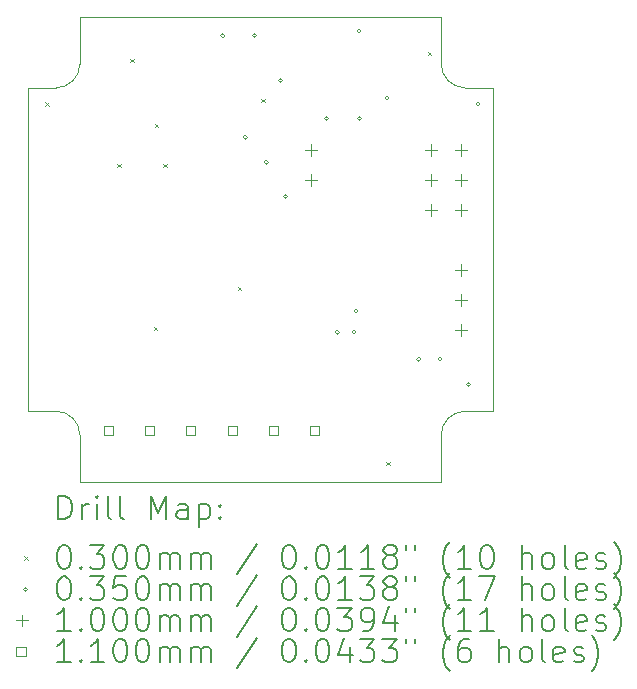
<source format=gbr>
%TF.GenerationSoftware,KiCad,Pcbnew,8.0.8*%
%TF.CreationDate,2025-03-05T20:49:48-06:00*%
%TF.ProjectId,Incipit11,496e6369-7069-4743-9131-2e6b69636164,A*%
%TF.SameCoordinates,Original*%
%TF.FileFunction,Drillmap*%
%TF.FilePolarity,Positive*%
%FSLAX45Y45*%
G04 Gerber Fmt 4.5, Leading zero omitted, Abs format (unit mm)*
G04 Created by KiCad (PCBNEW 8.0.8) date 2025-03-05 20:49:48*
%MOMM*%
%LPD*%
G01*
G04 APERTURE LIST*
%ADD10C,0.050000*%
%ADD11C,0.200000*%
%ADD12C,0.100000*%
%ADD13C,0.110000*%
G04 APERTURE END LIST*
D10*
X10500000Y-10540000D02*
G75*
G02*
X10700000Y-10340000I200000J0D01*
G01*
X10700000Y-7600000D02*
G75*
G02*
X10500000Y-7400000I0J200000D01*
G01*
X10500000Y-7400000D02*
X10500000Y-7000000D01*
X10700000Y-10340000D02*
X10940000Y-10340000D01*
X10940000Y-7600000D02*
X10940000Y-10340000D01*
X7240000Y-10340000D02*
X7000000Y-10340000D01*
X7440000Y-7000000D02*
X10500000Y-7000000D01*
X10500000Y-10940000D02*
X7440000Y-10940000D01*
X7440000Y-7400000D02*
X7440000Y-7000000D01*
X7240000Y-7600000D02*
X7000000Y-7600000D01*
X7440000Y-10540000D02*
X7440000Y-10940000D01*
X10500000Y-10540000D02*
X10500000Y-10940000D01*
X7000000Y-10340000D02*
X7000000Y-7600000D01*
X7240000Y-10340000D02*
G75*
G02*
X7440000Y-10540000I0J-200000D01*
G01*
X10700000Y-7600000D02*
X10940000Y-7600000D01*
X7440000Y-7400000D02*
G75*
G02*
X7240000Y-7600000I-200000J0D01*
G01*
D11*
D12*
X7145000Y-7725000D02*
X7175000Y-7755000D01*
X7175000Y-7725000D02*
X7145000Y-7755000D01*
X7755000Y-8245000D02*
X7785000Y-8275000D01*
X7785000Y-8245000D02*
X7755000Y-8275000D01*
X7865000Y-7355000D02*
X7895000Y-7385000D01*
X7895000Y-7355000D02*
X7865000Y-7385000D01*
X8065000Y-9625000D02*
X8095000Y-9655000D01*
X8095000Y-9625000D02*
X8065000Y-9655000D01*
X8075000Y-7905000D02*
X8105000Y-7935000D01*
X8105000Y-7905000D02*
X8075000Y-7935000D01*
X8145000Y-8245000D02*
X8175000Y-8275000D01*
X8175000Y-8245000D02*
X8145000Y-8275000D01*
X8775000Y-9285000D02*
X8805000Y-9315000D01*
X8805000Y-9285000D02*
X8775000Y-9315000D01*
X8975000Y-7695000D02*
X9005000Y-7725000D01*
X9005000Y-7695000D02*
X8975000Y-7725000D01*
X10035000Y-10765000D02*
X10065000Y-10795000D01*
X10065000Y-10765000D02*
X10035000Y-10795000D01*
X10385000Y-7295000D02*
X10415000Y-7325000D01*
X10415000Y-7295000D02*
X10385000Y-7325000D01*
X8667500Y-7160000D02*
G75*
G02*
X8632500Y-7160000I-17500J0D01*
G01*
X8632500Y-7160000D02*
G75*
G02*
X8667500Y-7160000I17500J0D01*
G01*
X8857500Y-8020000D02*
G75*
G02*
X8822500Y-8020000I-17500J0D01*
G01*
X8822500Y-8020000D02*
G75*
G02*
X8857500Y-8020000I17500J0D01*
G01*
X8937500Y-7160000D02*
G75*
G02*
X8902500Y-7160000I-17500J0D01*
G01*
X8902500Y-7160000D02*
G75*
G02*
X8937500Y-7160000I17500J0D01*
G01*
X9037500Y-8230000D02*
G75*
G02*
X9002500Y-8230000I-17500J0D01*
G01*
X9002500Y-8230000D02*
G75*
G02*
X9037500Y-8230000I17500J0D01*
G01*
X9157500Y-7540000D02*
G75*
G02*
X9122500Y-7540000I-17500J0D01*
G01*
X9122500Y-7540000D02*
G75*
G02*
X9157500Y-7540000I17500J0D01*
G01*
X9197500Y-8520000D02*
G75*
G02*
X9162500Y-8520000I-17500J0D01*
G01*
X9162500Y-8520000D02*
G75*
G02*
X9197500Y-8520000I17500J0D01*
G01*
X9547500Y-7860000D02*
G75*
G02*
X9512500Y-7860000I-17500J0D01*
G01*
X9512500Y-7860000D02*
G75*
G02*
X9547500Y-7860000I17500J0D01*
G01*
X9637500Y-9670000D02*
G75*
G02*
X9602500Y-9670000I-17500J0D01*
G01*
X9602500Y-9670000D02*
G75*
G02*
X9637500Y-9670000I17500J0D01*
G01*
X9777500Y-9670000D02*
G75*
G02*
X9742500Y-9670000I-17500J0D01*
G01*
X9742500Y-9670000D02*
G75*
G02*
X9777500Y-9670000I17500J0D01*
G01*
X9797500Y-9490000D02*
G75*
G02*
X9762500Y-9490000I-17500J0D01*
G01*
X9762500Y-9490000D02*
G75*
G02*
X9797500Y-9490000I17500J0D01*
G01*
X9817500Y-7120000D02*
G75*
G02*
X9782500Y-7120000I-17500J0D01*
G01*
X9782500Y-7120000D02*
G75*
G02*
X9817500Y-7120000I17500J0D01*
G01*
X9827500Y-7860000D02*
G75*
G02*
X9792500Y-7860000I-17500J0D01*
G01*
X9792500Y-7860000D02*
G75*
G02*
X9827500Y-7860000I17500J0D01*
G01*
X10057500Y-7690000D02*
G75*
G02*
X10022500Y-7690000I-17500J0D01*
G01*
X10022500Y-7690000D02*
G75*
G02*
X10057500Y-7690000I17500J0D01*
G01*
X10327500Y-9900000D02*
G75*
G02*
X10292500Y-9900000I-17500J0D01*
G01*
X10292500Y-9900000D02*
G75*
G02*
X10327500Y-9900000I17500J0D01*
G01*
X10507500Y-9900000D02*
G75*
G02*
X10472500Y-9900000I-17500J0D01*
G01*
X10472500Y-9900000D02*
G75*
G02*
X10507500Y-9900000I17500J0D01*
G01*
X10747500Y-10110000D02*
G75*
G02*
X10712500Y-10110000I-17500J0D01*
G01*
X10712500Y-10110000D02*
G75*
G02*
X10747500Y-10110000I17500J0D01*
G01*
X10827500Y-7740000D02*
G75*
G02*
X10792500Y-7740000I-17500J0D01*
G01*
X10792500Y-7740000D02*
G75*
G02*
X10827500Y-7740000I17500J0D01*
G01*
X9398000Y-8078000D02*
X9398000Y-8178000D01*
X9348000Y-8128000D02*
X9448000Y-8128000D01*
X9398000Y-8332000D02*
X9398000Y-8432000D01*
X9348000Y-8382000D02*
X9448000Y-8382000D01*
X10414000Y-8078000D02*
X10414000Y-8178000D01*
X10364000Y-8128000D02*
X10464000Y-8128000D01*
X10414000Y-8332000D02*
X10414000Y-8432000D01*
X10364000Y-8382000D02*
X10464000Y-8382000D01*
X10414000Y-8586000D02*
X10414000Y-8686000D01*
X10364000Y-8636000D02*
X10464000Y-8636000D01*
X10668000Y-8078000D02*
X10668000Y-8178000D01*
X10618000Y-8128000D02*
X10718000Y-8128000D01*
X10668000Y-8332000D02*
X10668000Y-8432000D01*
X10618000Y-8382000D02*
X10718000Y-8382000D01*
X10668000Y-8586000D02*
X10668000Y-8686000D01*
X10618000Y-8636000D02*
X10718000Y-8636000D01*
X10668000Y-9094000D02*
X10668000Y-9194000D01*
X10618000Y-9144000D02*
X10718000Y-9144000D01*
X10668000Y-9348000D02*
X10668000Y-9448000D01*
X10618000Y-9398000D02*
X10718000Y-9398000D01*
X10668000Y-9602000D02*
X10668000Y-9702000D01*
X10618000Y-9652000D02*
X10718000Y-9652000D01*
D13*
X7718891Y-10538891D02*
X7718891Y-10461109D01*
X7641109Y-10461109D01*
X7641109Y-10538891D01*
X7718891Y-10538891D01*
X8068891Y-10538891D02*
X8068891Y-10461109D01*
X7991109Y-10461109D01*
X7991109Y-10538891D01*
X8068891Y-10538891D01*
X8418891Y-10538891D02*
X8418891Y-10461109D01*
X8341109Y-10461109D01*
X8341109Y-10538891D01*
X8418891Y-10538891D01*
X8768891Y-10538891D02*
X8768891Y-10461109D01*
X8691109Y-10461109D01*
X8691109Y-10538891D01*
X8768891Y-10538891D01*
X9118891Y-10538891D02*
X9118891Y-10461109D01*
X9041109Y-10461109D01*
X9041109Y-10538891D01*
X9118891Y-10538891D01*
X9468891Y-10538891D02*
X9468891Y-10461109D01*
X9391109Y-10461109D01*
X9391109Y-10538891D01*
X9468891Y-10538891D01*
D11*
X7258277Y-11253984D02*
X7258277Y-11053984D01*
X7258277Y-11053984D02*
X7305896Y-11053984D01*
X7305896Y-11053984D02*
X7334467Y-11063508D01*
X7334467Y-11063508D02*
X7353515Y-11082555D01*
X7353515Y-11082555D02*
X7363039Y-11101603D01*
X7363039Y-11101603D02*
X7372562Y-11139698D01*
X7372562Y-11139698D02*
X7372562Y-11168270D01*
X7372562Y-11168270D02*
X7363039Y-11206365D01*
X7363039Y-11206365D02*
X7353515Y-11225412D01*
X7353515Y-11225412D02*
X7334467Y-11244460D01*
X7334467Y-11244460D02*
X7305896Y-11253984D01*
X7305896Y-11253984D02*
X7258277Y-11253984D01*
X7458277Y-11253984D02*
X7458277Y-11120650D01*
X7458277Y-11158746D02*
X7467801Y-11139698D01*
X7467801Y-11139698D02*
X7477324Y-11130174D01*
X7477324Y-11130174D02*
X7496372Y-11120650D01*
X7496372Y-11120650D02*
X7515420Y-11120650D01*
X7582086Y-11253984D02*
X7582086Y-11120650D01*
X7582086Y-11053984D02*
X7572562Y-11063508D01*
X7572562Y-11063508D02*
X7582086Y-11073031D01*
X7582086Y-11073031D02*
X7591610Y-11063508D01*
X7591610Y-11063508D02*
X7582086Y-11053984D01*
X7582086Y-11053984D02*
X7582086Y-11073031D01*
X7705896Y-11253984D02*
X7686848Y-11244460D01*
X7686848Y-11244460D02*
X7677324Y-11225412D01*
X7677324Y-11225412D02*
X7677324Y-11053984D01*
X7810658Y-11253984D02*
X7791610Y-11244460D01*
X7791610Y-11244460D02*
X7782086Y-11225412D01*
X7782086Y-11225412D02*
X7782086Y-11053984D01*
X8039229Y-11253984D02*
X8039229Y-11053984D01*
X8039229Y-11053984D02*
X8105896Y-11196841D01*
X8105896Y-11196841D02*
X8172562Y-11053984D01*
X8172562Y-11053984D02*
X8172562Y-11253984D01*
X8353515Y-11253984D02*
X8353515Y-11149222D01*
X8353515Y-11149222D02*
X8343991Y-11130174D01*
X8343991Y-11130174D02*
X8324943Y-11120650D01*
X8324943Y-11120650D02*
X8286848Y-11120650D01*
X8286848Y-11120650D02*
X8267801Y-11130174D01*
X8353515Y-11244460D02*
X8334467Y-11253984D01*
X8334467Y-11253984D02*
X8286848Y-11253984D01*
X8286848Y-11253984D02*
X8267801Y-11244460D01*
X8267801Y-11244460D02*
X8258277Y-11225412D01*
X8258277Y-11225412D02*
X8258277Y-11206365D01*
X8258277Y-11206365D02*
X8267801Y-11187317D01*
X8267801Y-11187317D02*
X8286848Y-11177793D01*
X8286848Y-11177793D02*
X8334467Y-11177793D01*
X8334467Y-11177793D02*
X8353515Y-11168270D01*
X8448753Y-11120650D02*
X8448753Y-11320650D01*
X8448753Y-11130174D02*
X8467801Y-11120650D01*
X8467801Y-11120650D02*
X8505896Y-11120650D01*
X8505896Y-11120650D02*
X8524944Y-11130174D01*
X8524944Y-11130174D02*
X8534467Y-11139698D01*
X8534467Y-11139698D02*
X8543991Y-11158746D01*
X8543991Y-11158746D02*
X8543991Y-11215888D01*
X8543991Y-11215888D02*
X8534467Y-11234936D01*
X8534467Y-11234936D02*
X8524944Y-11244460D01*
X8524944Y-11244460D02*
X8505896Y-11253984D01*
X8505896Y-11253984D02*
X8467801Y-11253984D01*
X8467801Y-11253984D02*
X8448753Y-11244460D01*
X8629705Y-11234936D02*
X8639229Y-11244460D01*
X8639229Y-11244460D02*
X8629705Y-11253984D01*
X8629705Y-11253984D02*
X8620182Y-11244460D01*
X8620182Y-11244460D02*
X8629705Y-11234936D01*
X8629705Y-11234936D02*
X8629705Y-11253984D01*
X8629705Y-11130174D02*
X8639229Y-11139698D01*
X8639229Y-11139698D02*
X8629705Y-11149222D01*
X8629705Y-11149222D02*
X8620182Y-11139698D01*
X8620182Y-11139698D02*
X8629705Y-11130174D01*
X8629705Y-11130174D02*
X8629705Y-11149222D01*
D12*
X6967500Y-11567500D02*
X6997500Y-11597500D01*
X6997500Y-11567500D02*
X6967500Y-11597500D01*
D11*
X7296372Y-11473984D02*
X7315420Y-11473984D01*
X7315420Y-11473984D02*
X7334467Y-11483508D01*
X7334467Y-11483508D02*
X7343991Y-11493031D01*
X7343991Y-11493031D02*
X7353515Y-11512079D01*
X7353515Y-11512079D02*
X7363039Y-11550174D01*
X7363039Y-11550174D02*
X7363039Y-11597793D01*
X7363039Y-11597793D02*
X7353515Y-11635888D01*
X7353515Y-11635888D02*
X7343991Y-11654936D01*
X7343991Y-11654936D02*
X7334467Y-11664460D01*
X7334467Y-11664460D02*
X7315420Y-11673984D01*
X7315420Y-11673984D02*
X7296372Y-11673984D01*
X7296372Y-11673984D02*
X7277324Y-11664460D01*
X7277324Y-11664460D02*
X7267801Y-11654936D01*
X7267801Y-11654936D02*
X7258277Y-11635888D01*
X7258277Y-11635888D02*
X7248753Y-11597793D01*
X7248753Y-11597793D02*
X7248753Y-11550174D01*
X7248753Y-11550174D02*
X7258277Y-11512079D01*
X7258277Y-11512079D02*
X7267801Y-11493031D01*
X7267801Y-11493031D02*
X7277324Y-11483508D01*
X7277324Y-11483508D02*
X7296372Y-11473984D01*
X7448753Y-11654936D02*
X7458277Y-11664460D01*
X7458277Y-11664460D02*
X7448753Y-11673984D01*
X7448753Y-11673984D02*
X7439229Y-11664460D01*
X7439229Y-11664460D02*
X7448753Y-11654936D01*
X7448753Y-11654936D02*
X7448753Y-11673984D01*
X7524943Y-11473984D02*
X7648753Y-11473984D01*
X7648753Y-11473984D02*
X7582086Y-11550174D01*
X7582086Y-11550174D02*
X7610658Y-11550174D01*
X7610658Y-11550174D02*
X7629705Y-11559698D01*
X7629705Y-11559698D02*
X7639229Y-11569222D01*
X7639229Y-11569222D02*
X7648753Y-11588269D01*
X7648753Y-11588269D02*
X7648753Y-11635888D01*
X7648753Y-11635888D02*
X7639229Y-11654936D01*
X7639229Y-11654936D02*
X7629705Y-11664460D01*
X7629705Y-11664460D02*
X7610658Y-11673984D01*
X7610658Y-11673984D02*
X7553515Y-11673984D01*
X7553515Y-11673984D02*
X7534467Y-11664460D01*
X7534467Y-11664460D02*
X7524943Y-11654936D01*
X7772562Y-11473984D02*
X7791610Y-11473984D01*
X7791610Y-11473984D02*
X7810658Y-11483508D01*
X7810658Y-11483508D02*
X7820182Y-11493031D01*
X7820182Y-11493031D02*
X7829705Y-11512079D01*
X7829705Y-11512079D02*
X7839229Y-11550174D01*
X7839229Y-11550174D02*
X7839229Y-11597793D01*
X7839229Y-11597793D02*
X7829705Y-11635888D01*
X7829705Y-11635888D02*
X7820182Y-11654936D01*
X7820182Y-11654936D02*
X7810658Y-11664460D01*
X7810658Y-11664460D02*
X7791610Y-11673984D01*
X7791610Y-11673984D02*
X7772562Y-11673984D01*
X7772562Y-11673984D02*
X7753515Y-11664460D01*
X7753515Y-11664460D02*
X7743991Y-11654936D01*
X7743991Y-11654936D02*
X7734467Y-11635888D01*
X7734467Y-11635888D02*
X7724943Y-11597793D01*
X7724943Y-11597793D02*
X7724943Y-11550174D01*
X7724943Y-11550174D02*
X7734467Y-11512079D01*
X7734467Y-11512079D02*
X7743991Y-11493031D01*
X7743991Y-11493031D02*
X7753515Y-11483508D01*
X7753515Y-11483508D02*
X7772562Y-11473984D01*
X7963039Y-11473984D02*
X7982086Y-11473984D01*
X7982086Y-11473984D02*
X8001134Y-11483508D01*
X8001134Y-11483508D02*
X8010658Y-11493031D01*
X8010658Y-11493031D02*
X8020182Y-11512079D01*
X8020182Y-11512079D02*
X8029705Y-11550174D01*
X8029705Y-11550174D02*
X8029705Y-11597793D01*
X8029705Y-11597793D02*
X8020182Y-11635888D01*
X8020182Y-11635888D02*
X8010658Y-11654936D01*
X8010658Y-11654936D02*
X8001134Y-11664460D01*
X8001134Y-11664460D02*
X7982086Y-11673984D01*
X7982086Y-11673984D02*
X7963039Y-11673984D01*
X7963039Y-11673984D02*
X7943991Y-11664460D01*
X7943991Y-11664460D02*
X7934467Y-11654936D01*
X7934467Y-11654936D02*
X7924943Y-11635888D01*
X7924943Y-11635888D02*
X7915420Y-11597793D01*
X7915420Y-11597793D02*
X7915420Y-11550174D01*
X7915420Y-11550174D02*
X7924943Y-11512079D01*
X7924943Y-11512079D02*
X7934467Y-11493031D01*
X7934467Y-11493031D02*
X7943991Y-11483508D01*
X7943991Y-11483508D02*
X7963039Y-11473984D01*
X8115420Y-11673984D02*
X8115420Y-11540650D01*
X8115420Y-11559698D02*
X8124943Y-11550174D01*
X8124943Y-11550174D02*
X8143991Y-11540650D01*
X8143991Y-11540650D02*
X8172563Y-11540650D01*
X8172563Y-11540650D02*
X8191610Y-11550174D01*
X8191610Y-11550174D02*
X8201134Y-11569222D01*
X8201134Y-11569222D02*
X8201134Y-11673984D01*
X8201134Y-11569222D02*
X8210658Y-11550174D01*
X8210658Y-11550174D02*
X8229705Y-11540650D01*
X8229705Y-11540650D02*
X8258277Y-11540650D01*
X8258277Y-11540650D02*
X8277324Y-11550174D01*
X8277324Y-11550174D02*
X8286848Y-11569222D01*
X8286848Y-11569222D02*
X8286848Y-11673984D01*
X8382086Y-11673984D02*
X8382086Y-11540650D01*
X8382086Y-11559698D02*
X8391610Y-11550174D01*
X8391610Y-11550174D02*
X8410658Y-11540650D01*
X8410658Y-11540650D02*
X8439229Y-11540650D01*
X8439229Y-11540650D02*
X8458277Y-11550174D01*
X8458277Y-11550174D02*
X8467801Y-11569222D01*
X8467801Y-11569222D02*
X8467801Y-11673984D01*
X8467801Y-11569222D02*
X8477325Y-11550174D01*
X8477325Y-11550174D02*
X8496372Y-11540650D01*
X8496372Y-11540650D02*
X8524944Y-11540650D01*
X8524944Y-11540650D02*
X8543991Y-11550174D01*
X8543991Y-11550174D02*
X8553515Y-11569222D01*
X8553515Y-11569222D02*
X8553515Y-11673984D01*
X8943991Y-11464460D02*
X8772563Y-11721603D01*
X9201134Y-11473984D02*
X9220182Y-11473984D01*
X9220182Y-11473984D02*
X9239229Y-11483508D01*
X9239229Y-11483508D02*
X9248753Y-11493031D01*
X9248753Y-11493031D02*
X9258277Y-11512079D01*
X9258277Y-11512079D02*
X9267801Y-11550174D01*
X9267801Y-11550174D02*
X9267801Y-11597793D01*
X9267801Y-11597793D02*
X9258277Y-11635888D01*
X9258277Y-11635888D02*
X9248753Y-11654936D01*
X9248753Y-11654936D02*
X9239229Y-11664460D01*
X9239229Y-11664460D02*
X9220182Y-11673984D01*
X9220182Y-11673984D02*
X9201134Y-11673984D01*
X9201134Y-11673984D02*
X9182087Y-11664460D01*
X9182087Y-11664460D02*
X9172563Y-11654936D01*
X9172563Y-11654936D02*
X9163039Y-11635888D01*
X9163039Y-11635888D02*
X9153515Y-11597793D01*
X9153515Y-11597793D02*
X9153515Y-11550174D01*
X9153515Y-11550174D02*
X9163039Y-11512079D01*
X9163039Y-11512079D02*
X9172563Y-11493031D01*
X9172563Y-11493031D02*
X9182087Y-11483508D01*
X9182087Y-11483508D02*
X9201134Y-11473984D01*
X9353515Y-11654936D02*
X9363039Y-11664460D01*
X9363039Y-11664460D02*
X9353515Y-11673984D01*
X9353515Y-11673984D02*
X9343991Y-11664460D01*
X9343991Y-11664460D02*
X9353515Y-11654936D01*
X9353515Y-11654936D02*
X9353515Y-11673984D01*
X9486848Y-11473984D02*
X9505896Y-11473984D01*
X9505896Y-11473984D02*
X9524944Y-11483508D01*
X9524944Y-11483508D02*
X9534468Y-11493031D01*
X9534468Y-11493031D02*
X9543991Y-11512079D01*
X9543991Y-11512079D02*
X9553515Y-11550174D01*
X9553515Y-11550174D02*
X9553515Y-11597793D01*
X9553515Y-11597793D02*
X9543991Y-11635888D01*
X9543991Y-11635888D02*
X9534468Y-11654936D01*
X9534468Y-11654936D02*
X9524944Y-11664460D01*
X9524944Y-11664460D02*
X9505896Y-11673984D01*
X9505896Y-11673984D02*
X9486848Y-11673984D01*
X9486848Y-11673984D02*
X9467801Y-11664460D01*
X9467801Y-11664460D02*
X9458277Y-11654936D01*
X9458277Y-11654936D02*
X9448753Y-11635888D01*
X9448753Y-11635888D02*
X9439229Y-11597793D01*
X9439229Y-11597793D02*
X9439229Y-11550174D01*
X9439229Y-11550174D02*
X9448753Y-11512079D01*
X9448753Y-11512079D02*
X9458277Y-11493031D01*
X9458277Y-11493031D02*
X9467801Y-11483508D01*
X9467801Y-11483508D02*
X9486848Y-11473984D01*
X9743991Y-11673984D02*
X9629706Y-11673984D01*
X9686848Y-11673984D02*
X9686848Y-11473984D01*
X9686848Y-11473984D02*
X9667801Y-11502555D01*
X9667801Y-11502555D02*
X9648753Y-11521603D01*
X9648753Y-11521603D02*
X9629706Y-11531127D01*
X9934468Y-11673984D02*
X9820182Y-11673984D01*
X9877325Y-11673984D02*
X9877325Y-11473984D01*
X9877325Y-11473984D02*
X9858277Y-11502555D01*
X9858277Y-11502555D02*
X9839229Y-11521603D01*
X9839229Y-11521603D02*
X9820182Y-11531127D01*
X10048753Y-11559698D02*
X10029706Y-11550174D01*
X10029706Y-11550174D02*
X10020182Y-11540650D01*
X10020182Y-11540650D02*
X10010658Y-11521603D01*
X10010658Y-11521603D02*
X10010658Y-11512079D01*
X10010658Y-11512079D02*
X10020182Y-11493031D01*
X10020182Y-11493031D02*
X10029706Y-11483508D01*
X10029706Y-11483508D02*
X10048753Y-11473984D01*
X10048753Y-11473984D02*
X10086849Y-11473984D01*
X10086849Y-11473984D02*
X10105896Y-11483508D01*
X10105896Y-11483508D02*
X10115420Y-11493031D01*
X10115420Y-11493031D02*
X10124944Y-11512079D01*
X10124944Y-11512079D02*
X10124944Y-11521603D01*
X10124944Y-11521603D02*
X10115420Y-11540650D01*
X10115420Y-11540650D02*
X10105896Y-11550174D01*
X10105896Y-11550174D02*
X10086849Y-11559698D01*
X10086849Y-11559698D02*
X10048753Y-11559698D01*
X10048753Y-11559698D02*
X10029706Y-11569222D01*
X10029706Y-11569222D02*
X10020182Y-11578746D01*
X10020182Y-11578746D02*
X10010658Y-11597793D01*
X10010658Y-11597793D02*
X10010658Y-11635888D01*
X10010658Y-11635888D02*
X10020182Y-11654936D01*
X10020182Y-11654936D02*
X10029706Y-11664460D01*
X10029706Y-11664460D02*
X10048753Y-11673984D01*
X10048753Y-11673984D02*
X10086849Y-11673984D01*
X10086849Y-11673984D02*
X10105896Y-11664460D01*
X10105896Y-11664460D02*
X10115420Y-11654936D01*
X10115420Y-11654936D02*
X10124944Y-11635888D01*
X10124944Y-11635888D02*
X10124944Y-11597793D01*
X10124944Y-11597793D02*
X10115420Y-11578746D01*
X10115420Y-11578746D02*
X10105896Y-11569222D01*
X10105896Y-11569222D02*
X10086849Y-11559698D01*
X10201134Y-11473984D02*
X10201134Y-11512079D01*
X10277325Y-11473984D02*
X10277325Y-11512079D01*
X10572563Y-11750174D02*
X10563039Y-11740650D01*
X10563039Y-11740650D02*
X10543991Y-11712079D01*
X10543991Y-11712079D02*
X10534468Y-11693031D01*
X10534468Y-11693031D02*
X10524944Y-11664460D01*
X10524944Y-11664460D02*
X10515420Y-11616841D01*
X10515420Y-11616841D02*
X10515420Y-11578746D01*
X10515420Y-11578746D02*
X10524944Y-11531127D01*
X10524944Y-11531127D02*
X10534468Y-11502555D01*
X10534468Y-11502555D02*
X10543991Y-11483508D01*
X10543991Y-11483508D02*
X10563039Y-11454936D01*
X10563039Y-11454936D02*
X10572563Y-11445412D01*
X10753515Y-11673984D02*
X10639230Y-11673984D01*
X10696372Y-11673984D02*
X10696372Y-11473984D01*
X10696372Y-11473984D02*
X10677325Y-11502555D01*
X10677325Y-11502555D02*
X10658277Y-11521603D01*
X10658277Y-11521603D02*
X10639230Y-11531127D01*
X10877325Y-11473984D02*
X10896372Y-11473984D01*
X10896372Y-11473984D02*
X10915420Y-11483508D01*
X10915420Y-11483508D02*
X10924944Y-11493031D01*
X10924944Y-11493031D02*
X10934468Y-11512079D01*
X10934468Y-11512079D02*
X10943991Y-11550174D01*
X10943991Y-11550174D02*
X10943991Y-11597793D01*
X10943991Y-11597793D02*
X10934468Y-11635888D01*
X10934468Y-11635888D02*
X10924944Y-11654936D01*
X10924944Y-11654936D02*
X10915420Y-11664460D01*
X10915420Y-11664460D02*
X10896372Y-11673984D01*
X10896372Y-11673984D02*
X10877325Y-11673984D01*
X10877325Y-11673984D02*
X10858277Y-11664460D01*
X10858277Y-11664460D02*
X10848753Y-11654936D01*
X10848753Y-11654936D02*
X10839230Y-11635888D01*
X10839230Y-11635888D02*
X10829706Y-11597793D01*
X10829706Y-11597793D02*
X10829706Y-11550174D01*
X10829706Y-11550174D02*
X10839230Y-11512079D01*
X10839230Y-11512079D02*
X10848753Y-11493031D01*
X10848753Y-11493031D02*
X10858277Y-11483508D01*
X10858277Y-11483508D02*
X10877325Y-11473984D01*
X11182087Y-11673984D02*
X11182087Y-11473984D01*
X11267801Y-11673984D02*
X11267801Y-11569222D01*
X11267801Y-11569222D02*
X11258277Y-11550174D01*
X11258277Y-11550174D02*
X11239230Y-11540650D01*
X11239230Y-11540650D02*
X11210658Y-11540650D01*
X11210658Y-11540650D02*
X11191610Y-11550174D01*
X11191610Y-11550174D02*
X11182087Y-11559698D01*
X11391610Y-11673984D02*
X11372563Y-11664460D01*
X11372563Y-11664460D02*
X11363039Y-11654936D01*
X11363039Y-11654936D02*
X11353515Y-11635888D01*
X11353515Y-11635888D02*
X11353515Y-11578746D01*
X11353515Y-11578746D02*
X11363039Y-11559698D01*
X11363039Y-11559698D02*
X11372563Y-11550174D01*
X11372563Y-11550174D02*
X11391610Y-11540650D01*
X11391610Y-11540650D02*
X11420182Y-11540650D01*
X11420182Y-11540650D02*
X11439230Y-11550174D01*
X11439230Y-11550174D02*
X11448753Y-11559698D01*
X11448753Y-11559698D02*
X11458277Y-11578746D01*
X11458277Y-11578746D02*
X11458277Y-11635888D01*
X11458277Y-11635888D02*
X11448753Y-11654936D01*
X11448753Y-11654936D02*
X11439230Y-11664460D01*
X11439230Y-11664460D02*
X11420182Y-11673984D01*
X11420182Y-11673984D02*
X11391610Y-11673984D01*
X11572563Y-11673984D02*
X11553515Y-11664460D01*
X11553515Y-11664460D02*
X11543991Y-11645412D01*
X11543991Y-11645412D02*
X11543991Y-11473984D01*
X11724944Y-11664460D02*
X11705896Y-11673984D01*
X11705896Y-11673984D02*
X11667801Y-11673984D01*
X11667801Y-11673984D02*
X11648753Y-11664460D01*
X11648753Y-11664460D02*
X11639230Y-11645412D01*
X11639230Y-11645412D02*
X11639230Y-11569222D01*
X11639230Y-11569222D02*
X11648753Y-11550174D01*
X11648753Y-11550174D02*
X11667801Y-11540650D01*
X11667801Y-11540650D02*
X11705896Y-11540650D01*
X11705896Y-11540650D02*
X11724944Y-11550174D01*
X11724944Y-11550174D02*
X11734468Y-11569222D01*
X11734468Y-11569222D02*
X11734468Y-11588269D01*
X11734468Y-11588269D02*
X11639230Y-11607317D01*
X11810658Y-11664460D02*
X11829706Y-11673984D01*
X11829706Y-11673984D02*
X11867801Y-11673984D01*
X11867801Y-11673984D02*
X11886849Y-11664460D01*
X11886849Y-11664460D02*
X11896372Y-11645412D01*
X11896372Y-11645412D02*
X11896372Y-11635888D01*
X11896372Y-11635888D02*
X11886849Y-11616841D01*
X11886849Y-11616841D02*
X11867801Y-11607317D01*
X11867801Y-11607317D02*
X11839230Y-11607317D01*
X11839230Y-11607317D02*
X11820182Y-11597793D01*
X11820182Y-11597793D02*
X11810658Y-11578746D01*
X11810658Y-11578746D02*
X11810658Y-11569222D01*
X11810658Y-11569222D02*
X11820182Y-11550174D01*
X11820182Y-11550174D02*
X11839230Y-11540650D01*
X11839230Y-11540650D02*
X11867801Y-11540650D01*
X11867801Y-11540650D02*
X11886849Y-11550174D01*
X11963039Y-11750174D02*
X11972563Y-11740650D01*
X11972563Y-11740650D02*
X11991611Y-11712079D01*
X11991611Y-11712079D02*
X12001134Y-11693031D01*
X12001134Y-11693031D02*
X12010658Y-11664460D01*
X12010658Y-11664460D02*
X12020182Y-11616841D01*
X12020182Y-11616841D02*
X12020182Y-11578746D01*
X12020182Y-11578746D02*
X12010658Y-11531127D01*
X12010658Y-11531127D02*
X12001134Y-11502555D01*
X12001134Y-11502555D02*
X11991611Y-11483508D01*
X11991611Y-11483508D02*
X11972563Y-11454936D01*
X11972563Y-11454936D02*
X11963039Y-11445412D01*
D12*
X6997500Y-11846500D02*
G75*
G02*
X6962500Y-11846500I-17500J0D01*
G01*
X6962500Y-11846500D02*
G75*
G02*
X6997500Y-11846500I17500J0D01*
G01*
D11*
X7296372Y-11737984D02*
X7315420Y-11737984D01*
X7315420Y-11737984D02*
X7334467Y-11747508D01*
X7334467Y-11747508D02*
X7343991Y-11757031D01*
X7343991Y-11757031D02*
X7353515Y-11776079D01*
X7353515Y-11776079D02*
X7363039Y-11814174D01*
X7363039Y-11814174D02*
X7363039Y-11861793D01*
X7363039Y-11861793D02*
X7353515Y-11899888D01*
X7353515Y-11899888D02*
X7343991Y-11918936D01*
X7343991Y-11918936D02*
X7334467Y-11928460D01*
X7334467Y-11928460D02*
X7315420Y-11937984D01*
X7315420Y-11937984D02*
X7296372Y-11937984D01*
X7296372Y-11937984D02*
X7277324Y-11928460D01*
X7277324Y-11928460D02*
X7267801Y-11918936D01*
X7267801Y-11918936D02*
X7258277Y-11899888D01*
X7258277Y-11899888D02*
X7248753Y-11861793D01*
X7248753Y-11861793D02*
X7248753Y-11814174D01*
X7248753Y-11814174D02*
X7258277Y-11776079D01*
X7258277Y-11776079D02*
X7267801Y-11757031D01*
X7267801Y-11757031D02*
X7277324Y-11747508D01*
X7277324Y-11747508D02*
X7296372Y-11737984D01*
X7448753Y-11918936D02*
X7458277Y-11928460D01*
X7458277Y-11928460D02*
X7448753Y-11937984D01*
X7448753Y-11937984D02*
X7439229Y-11928460D01*
X7439229Y-11928460D02*
X7448753Y-11918936D01*
X7448753Y-11918936D02*
X7448753Y-11937984D01*
X7524943Y-11737984D02*
X7648753Y-11737984D01*
X7648753Y-11737984D02*
X7582086Y-11814174D01*
X7582086Y-11814174D02*
X7610658Y-11814174D01*
X7610658Y-11814174D02*
X7629705Y-11823698D01*
X7629705Y-11823698D02*
X7639229Y-11833222D01*
X7639229Y-11833222D02*
X7648753Y-11852269D01*
X7648753Y-11852269D02*
X7648753Y-11899888D01*
X7648753Y-11899888D02*
X7639229Y-11918936D01*
X7639229Y-11918936D02*
X7629705Y-11928460D01*
X7629705Y-11928460D02*
X7610658Y-11937984D01*
X7610658Y-11937984D02*
X7553515Y-11937984D01*
X7553515Y-11937984D02*
X7534467Y-11928460D01*
X7534467Y-11928460D02*
X7524943Y-11918936D01*
X7829705Y-11737984D02*
X7734467Y-11737984D01*
X7734467Y-11737984D02*
X7724943Y-11833222D01*
X7724943Y-11833222D02*
X7734467Y-11823698D01*
X7734467Y-11823698D02*
X7753515Y-11814174D01*
X7753515Y-11814174D02*
X7801134Y-11814174D01*
X7801134Y-11814174D02*
X7820182Y-11823698D01*
X7820182Y-11823698D02*
X7829705Y-11833222D01*
X7829705Y-11833222D02*
X7839229Y-11852269D01*
X7839229Y-11852269D02*
X7839229Y-11899888D01*
X7839229Y-11899888D02*
X7829705Y-11918936D01*
X7829705Y-11918936D02*
X7820182Y-11928460D01*
X7820182Y-11928460D02*
X7801134Y-11937984D01*
X7801134Y-11937984D02*
X7753515Y-11937984D01*
X7753515Y-11937984D02*
X7734467Y-11928460D01*
X7734467Y-11928460D02*
X7724943Y-11918936D01*
X7963039Y-11737984D02*
X7982086Y-11737984D01*
X7982086Y-11737984D02*
X8001134Y-11747508D01*
X8001134Y-11747508D02*
X8010658Y-11757031D01*
X8010658Y-11757031D02*
X8020182Y-11776079D01*
X8020182Y-11776079D02*
X8029705Y-11814174D01*
X8029705Y-11814174D02*
X8029705Y-11861793D01*
X8029705Y-11861793D02*
X8020182Y-11899888D01*
X8020182Y-11899888D02*
X8010658Y-11918936D01*
X8010658Y-11918936D02*
X8001134Y-11928460D01*
X8001134Y-11928460D02*
X7982086Y-11937984D01*
X7982086Y-11937984D02*
X7963039Y-11937984D01*
X7963039Y-11937984D02*
X7943991Y-11928460D01*
X7943991Y-11928460D02*
X7934467Y-11918936D01*
X7934467Y-11918936D02*
X7924943Y-11899888D01*
X7924943Y-11899888D02*
X7915420Y-11861793D01*
X7915420Y-11861793D02*
X7915420Y-11814174D01*
X7915420Y-11814174D02*
X7924943Y-11776079D01*
X7924943Y-11776079D02*
X7934467Y-11757031D01*
X7934467Y-11757031D02*
X7943991Y-11747508D01*
X7943991Y-11747508D02*
X7963039Y-11737984D01*
X8115420Y-11937984D02*
X8115420Y-11804650D01*
X8115420Y-11823698D02*
X8124943Y-11814174D01*
X8124943Y-11814174D02*
X8143991Y-11804650D01*
X8143991Y-11804650D02*
X8172563Y-11804650D01*
X8172563Y-11804650D02*
X8191610Y-11814174D01*
X8191610Y-11814174D02*
X8201134Y-11833222D01*
X8201134Y-11833222D02*
X8201134Y-11937984D01*
X8201134Y-11833222D02*
X8210658Y-11814174D01*
X8210658Y-11814174D02*
X8229705Y-11804650D01*
X8229705Y-11804650D02*
X8258277Y-11804650D01*
X8258277Y-11804650D02*
X8277324Y-11814174D01*
X8277324Y-11814174D02*
X8286848Y-11833222D01*
X8286848Y-11833222D02*
X8286848Y-11937984D01*
X8382086Y-11937984D02*
X8382086Y-11804650D01*
X8382086Y-11823698D02*
X8391610Y-11814174D01*
X8391610Y-11814174D02*
X8410658Y-11804650D01*
X8410658Y-11804650D02*
X8439229Y-11804650D01*
X8439229Y-11804650D02*
X8458277Y-11814174D01*
X8458277Y-11814174D02*
X8467801Y-11833222D01*
X8467801Y-11833222D02*
X8467801Y-11937984D01*
X8467801Y-11833222D02*
X8477325Y-11814174D01*
X8477325Y-11814174D02*
X8496372Y-11804650D01*
X8496372Y-11804650D02*
X8524944Y-11804650D01*
X8524944Y-11804650D02*
X8543991Y-11814174D01*
X8543991Y-11814174D02*
X8553515Y-11833222D01*
X8553515Y-11833222D02*
X8553515Y-11937984D01*
X8943991Y-11728460D02*
X8772563Y-11985603D01*
X9201134Y-11737984D02*
X9220182Y-11737984D01*
X9220182Y-11737984D02*
X9239229Y-11747508D01*
X9239229Y-11747508D02*
X9248753Y-11757031D01*
X9248753Y-11757031D02*
X9258277Y-11776079D01*
X9258277Y-11776079D02*
X9267801Y-11814174D01*
X9267801Y-11814174D02*
X9267801Y-11861793D01*
X9267801Y-11861793D02*
X9258277Y-11899888D01*
X9258277Y-11899888D02*
X9248753Y-11918936D01*
X9248753Y-11918936D02*
X9239229Y-11928460D01*
X9239229Y-11928460D02*
X9220182Y-11937984D01*
X9220182Y-11937984D02*
X9201134Y-11937984D01*
X9201134Y-11937984D02*
X9182087Y-11928460D01*
X9182087Y-11928460D02*
X9172563Y-11918936D01*
X9172563Y-11918936D02*
X9163039Y-11899888D01*
X9163039Y-11899888D02*
X9153515Y-11861793D01*
X9153515Y-11861793D02*
X9153515Y-11814174D01*
X9153515Y-11814174D02*
X9163039Y-11776079D01*
X9163039Y-11776079D02*
X9172563Y-11757031D01*
X9172563Y-11757031D02*
X9182087Y-11747508D01*
X9182087Y-11747508D02*
X9201134Y-11737984D01*
X9353515Y-11918936D02*
X9363039Y-11928460D01*
X9363039Y-11928460D02*
X9353515Y-11937984D01*
X9353515Y-11937984D02*
X9343991Y-11928460D01*
X9343991Y-11928460D02*
X9353515Y-11918936D01*
X9353515Y-11918936D02*
X9353515Y-11937984D01*
X9486848Y-11737984D02*
X9505896Y-11737984D01*
X9505896Y-11737984D02*
X9524944Y-11747508D01*
X9524944Y-11747508D02*
X9534468Y-11757031D01*
X9534468Y-11757031D02*
X9543991Y-11776079D01*
X9543991Y-11776079D02*
X9553515Y-11814174D01*
X9553515Y-11814174D02*
X9553515Y-11861793D01*
X9553515Y-11861793D02*
X9543991Y-11899888D01*
X9543991Y-11899888D02*
X9534468Y-11918936D01*
X9534468Y-11918936D02*
X9524944Y-11928460D01*
X9524944Y-11928460D02*
X9505896Y-11937984D01*
X9505896Y-11937984D02*
X9486848Y-11937984D01*
X9486848Y-11937984D02*
X9467801Y-11928460D01*
X9467801Y-11928460D02*
X9458277Y-11918936D01*
X9458277Y-11918936D02*
X9448753Y-11899888D01*
X9448753Y-11899888D02*
X9439229Y-11861793D01*
X9439229Y-11861793D02*
X9439229Y-11814174D01*
X9439229Y-11814174D02*
X9448753Y-11776079D01*
X9448753Y-11776079D02*
X9458277Y-11757031D01*
X9458277Y-11757031D02*
X9467801Y-11747508D01*
X9467801Y-11747508D02*
X9486848Y-11737984D01*
X9743991Y-11937984D02*
X9629706Y-11937984D01*
X9686848Y-11937984D02*
X9686848Y-11737984D01*
X9686848Y-11737984D02*
X9667801Y-11766555D01*
X9667801Y-11766555D02*
X9648753Y-11785603D01*
X9648753Y-11785603D02*
X9629706Y-11795127D01*
X9810658Y-11737984D02*
X9934468Y-11737984D01*
X9934468Y-11737984D02*
X9867801Y-11814174D01*
X9867801Y-11814174D02*
X9896372Y-11814174D01*
X9896372Y-11814174D02*
X9915420Y-11823698D01*
X9915420Y-11823698D02*
X9924944Y-11833222D01*
X9924944Y-11833222D02*
X9934468Y-11852269D01*
X9934468Y-11852269D02*
X9934468Y-11899888D01*
X9934468Y-11899888D02*
X9924944Y-11918936D01*
X9924944Y-11918936D02*
X9915420Y-11928460D01*
X9915420Y-11928460D02*
X9896372Y-11937984D01*
X9896372Y-11937984D02*
X9839229Y-11937984D01*
X9839229Y-11937984D02*
X9820182Y-11928460D01*
X9820182Y-11928460D02*
X9810658Y-11918936D01*
X10048753Y-11823698D02*
X10029706Y-11814174D01*
X10029706Y-11814174D02*
X10020182Y-11804650D01*
X10020182Y-11804650D02*
X10010658Y-11785603D01*
X10010658Y-11785603D02*
X10010658Y-11776079D01*
X10010658Y-11776079D02*
X10020182Y-11757031D01*
X10020182Y-11757031D02*
X10029706Y-11747508D01*
X10029706Y-11747508D02*
X10048753Y-11737984D01*
X10048753Y-11737984D02*
X10086849Y-11737984D01*
X10086849Y-11737984D02*
X10105896Y-11747508D01*
X10105896Y-11747508D02*
X10115420Y-11757031D01*
X10115420Y-11757031D02*
X10124944Y-11776079D01*
X10124944Y-11776079D02*
X10124944Y-11785603D01*
X10124944Y-11785603D02*
X10115420Y-11804650D01*
X10115420Y-11804650D02*
X10105896Y-11814174D01*
X10105896Y-11814174D02*
X10086849Y-11823698D01*
X10086849Y-11823698D02*
X10048753Y-11823698D01*
X10048753Y-11823698D02*
X10029706Y-11833222D01*
X10029706Y-11833222D02*
X10020182Y-11842746D01*
X10020182Y-11842746D02*
X10010658Y-11861793D01*
X10010658Y-11861793D02*
X10010658Y-11899888D01*
X10010658Y-11899888D02*
X10020182Y-11918936D01*
X10020182Y-11918936D02*
X10029706Y-11928460D01*
X10029706Y-11928460D02*
X10048753Y-11937984D01*
X10048753Y-11937984D02*
X10086849Y-11937984D01*
X10086849Y-11937984D02*
X10105896Y-11928460D01*
X10105896Y-11928460D02*
X10115420Y-11918936D01*
X10115420Y-11918936D02*
X10124944Y-11899888D01*
X10124944Y-11899888D02*
X10124944Y-11861793D01*
X10124944Y-11861793D02*
X10115420Y-11842746D01*
X10115420Y-11842746D02*
X10105896Y-11833222D01*
X10105896Y-11833222D02*
X10086849Y-11823698D01*
X10201134Y-11737984D02*
X10201134Y-11776079D01*
X10277325Y-11737984D02*
X10277325Y-11776079D01*
X10572563Y-12014174D02*
X10563039Y-12004650D01*
X10563039Y-12004650D02*
X10543991Y-11976079D01*
X10543991Y-11976079D02*
X10534468Y-11957031D01*
X10534468Y-11957031D02*
X10524944Y-11928460D01*
X10524944Y-11928460D02*
X10515420Y-11880841D01*
X10515420Y-11880841D02*
X10515420Y-11842746D01*
X10515420Y-11842746D02*
X10524944Y-11795127D01*
X10524944Y-11795127D02*
X10534468Y-11766555D01*
X10534468Y-11766555D02*
X10543991Y-11747508D01*
X10543991Y-11747508D02*
X10563039Y-11718936D01*
X10563039Y-11718936D02*
X10572563Y-11709412D01*
X10753515Y-11937984D02*
X10639230Y-11937984D01*
X10696372Y-11937984D02*
X10696372Y-11737984D01*
X10696372Y-11737984D02*
X10677325Y-11766555D01*
X10677325Y-11766555D02*
X10658277Y-11785603D01*
X10658277Y-11785603D02*
X10639230Y-11795127D01*
X10820182Y-11737984D02*
X10953515Y-11737984D01*
X10953515Y-11737984D02*
X10867801Y-11937984D01*
X11182087Y-11937984D02*
X11182087Y-11737984D01*
X11267801Y-11937984D02*
X11267801Y-11833222D01*
X11267801Y-11833222D02*
X11258277Y-11814174D01*
X11258277Y-11814174D02*
X11239230Y-11804650D01*
X11239230Y-11804650D02*
X11210658Y-11804650D01*
X11210658Y-11804650D02*
X11191610Y-11814174D01*
X11191610Y-11814174D02*
X11182087Y-11823698D01*
X11391610Y-11937984D02*
X11372563Y-11928460D01*
X11372563Y-11928460D02*
X11363039Y-11918936D01*
X11363039Y-11918936D02*
X11353515Y-11899888D01*
X11353515Y-11899888D02*
X11353515Y-11842746D01*
X11353515Y-11842746D02*
X11363039Y-11823698D01*
X11363039Y-11823698D02*
X11372563Y-11814174D01*
X11372563Y-11814174D02*
X11391610Y-11804650D01*
X11391610Y-11804650D02*
X11420182Y-11804650D01*
X11420182Y-11804650D02*
X11439230Y-11814174D01*
X11439230Y-11814174D02*
X11448753Y-11823698D01*
X11448753Y-11823698D02*
X11458277Y-11842746D01*
X11458277Y-11842746D02*
X11458277Y-11899888D01*
X11458277Y-11899888D02*
X11448753Y-11918936D01*
X11448753Y-11918936D02*
X11439230Y-11928460D01*
X11439230Y-11928460D02*
X11420182Y-11937984D01*
X11420182Y-11937984D02*
X11391610Y-11937984D01*
X11572563Y-11937984D02*
X11553515Y-11928460D01*
X11553515Y-11928460D02*
X11543991Y-11909412D01*
X11543991Y-11909412D02*
X11543991Y-11737984D01*
X11724944Y-11928460D02*
X11705896Y-11937984D01*
X11705896Y-11937984D02*
X11667801Y-11937984D01*
X11667801Y-11937984D02*
X11648753Y-11928460D01*
X11648753Y-11928460D02*
X11639230Y-11909412D01*
X11639230Y-11909412D02*
X11639230Y-11833222D01*
X11639230Y-11833222D02*
X11648753Y-11814174D01*
X11648753Y-11814174D02*
X11667801Y-11804650D01*
X11667801Y-11804650D02*
X11705896Y-11804650D01*
X11705896Y-11804650D02*
X11724944Y-11814174D01*
X11724944Y-11814174D02*
X11734468Y-11833222D01*
X11734468Y-11833222D02*
X11734468Y-11852269D01*
X11734468Y-11852269D02*
X11639230Y-11871317D01*
X11810658Y-11928460D02*
X11829706Y-11937984D01*
X11829706Y-11937984D02*
X11867801Y-11937984D01*
X11867801Y-11937984D02*
X11886849Y-11928460D01*
X11886849Y-11928460D02*
X11896372Y-11909412D01*
X11896372Y-11909412D02*
X11896372Y-11899888D01*
X11896372Y-11899888D02*
X11886849Y-11880841D01*
X11886849Y-11880841D02*
X11867801Y-11871317D01*
X11867801Y-11871317D02*
X11839230Y-11871317D01*
X11839230Y-11871317D02*
X11820182Y-11861793D01*
X11820182Y-11861793D02*
X11810658Y-11842746D01*
X11810658Y-11842746D02*
X11810658Y-11833222D01*
X11810658Y-11833222D02*
X11820182Y-11814174D01*
X11820182Y-11814174D02*
X11839230Y-11804650D01*
X11839230Y-11804650D02*
X11867801Y-11804650D01*
X11867801Y-11804650D02*
X11886849Y-11814174D01*
X11963039Y-12014174D02*
X11972563Y-12004650D01*
X11972563Y-12004650D02*
X11991611Y-11976079D01*
X11991611Y-11976079D02*
X12001134Y-11957031D01*
X12001134Y-11957031D02*
X12010658Y-11928460D01*
X12010658Y-11928460D02*
X12020182Y-11880841D01*
X12020182Y-11880841D02*
X12020182Y-11842746D01*
X12020182Y-11842746D02*
X12010658Y-11795127D01*
X12010658Y-11795127D02*
X12001134Y-11766555D01*
X12001134Y-11766555D02*
X11991611Y-11747508D01*
X11991611Y-11747508D02*
X11972563Y-11718936D01*
X11972563Y-11718936D02*
X11963039Y-11709412D01*
D12*
X6947500Y-12060500D02*
X6947500Y-12160500D01*
X6897500Y-12110500D02*
X6997500Y-12110500D01*
D11*
X7363039Y-12201984D02*
X7248753Y-12201984D01*
X7305896Y-12201984D02*
X7305896Y-12001984D01*
X7305896Y-12001984D02*
X7286848Y-12030555D01*
X7286848Y-12030555D02*
X7267801Y-12049603D01*
X7267801Y-12049603D02*
X7248753Y-12059127D01*
X7448753Y-12182936D02*
X7458277Y-12192460D01*
X7458277Y-12192460D02*
X7448753Y-12201984D01*
X7448753Y-12201984D02*
X7439229Y-12192460D01*
X7439229Y-12192460D02*
X7448753Y-12182936D01*
X7448753Y-12182936D02*
X7448753Y-12201984D01*
X7582086Y-12001984D02*
X7601134Y-12001984D01*
X7601134Y-12001984D02*
X7620182Y-12011508D01*
X7620182Y-12011508D02*
X7629705Y-12021031D01*
X7629705Y-12021031D02*
X7639229Y-12040079D01*
X7639229Y-12040079D02*
X7648753Y-12078174D01*
X7648753Y-12078174D02*
X7648753Y-12125793D01*
X7648753Y-12125793D02*
X7639229Y-12163888D01*
X7639229Y-12163888D02*
X7629705Y-12182936D01*
X7629705Y-12182936D02*
X7620182Y-12192460D01*
X7620182Y-12192460D02*
X7601134Y-12201984D01*
X7601134Y-12201984D02*
X7582086Y-12201984D01*
X7582086Y-12201984D02*
X7563039Y-12192460D01*
X7563039Y-12192460D02*
X7553515Y-12182936D01*
X7553515Y-12182936D02*
X7543991Y-12163888D01*
X7543991Y-12163888D02*
X7534467Y-12125793D01*
X7534467Y-12125793D02*
X7534467Y-12078174D01*
X7534467Y-12078174D02*
X7543991Y-12040079D01*
X7543991Y-12040079D02*
X7553515Y-12021031D01*
X7553515Y-12021031D02*
X7563039Y-12011508D01*
X7563039Y-12011508D02*
X7582086Y-12001984D01*
X7772562Y-12001984D02*
X7791610Y-12001984D01*
X7791610Y-12001984D02*
X7810658Y-12011508D01*
X7810658Y-12011508D02*
X7820182Y-12021031D01*
X7820182Y-12021031D02*
X7829705Y-12040079D01*
X7829705Y-12040079D02*
X7839229Y-12078174D01*
X7839229Y-12078174D02*
X7839229Y-12125793D01*
X7839229Y-12125793D02*
X7829705Y-12163888D01*
X7829705Y-12163888D02*
X7820182Y-12182936D01*
X7820182Y-12182936D02*
X7810658Y-12192460D01*
X7810658Y-12192460D02*
X7791610Y-12201984D01*
X7791610Y-12201984D02*
X7772562Y-12201984D01*
X7772562Y-12201984D02*
X7753515Y-12192460D01*
X7753515Y-12192460D02*
X7743991Y-12182936D01*
X7743991Y-12182936D02*
X7734467Y-12163888D01*
X7734467Y-12163888D02*
X7724943Y-12125793D01*
X7724943Y-12125793D02*
X7724943Y-12078174D01*
X7724943Y-12078174D02*
X7734467Y-12040079D01*
X7734467Y-12040079D02*
X7743991Y-12021031D01*
X7743991Y-12021031D02*
X7753515Y-12011508D01*
X7753515Y-12011508D02*
X7772562Y-12001984D01*
X7963039Y-12001984D02*
X7982086Y-12001984D01*
X7982086Y-12001984D02*
X8001134Y-12011508D01*
X8001134Y-12011508D02*
X8010658Y-12021031D01*
X8010658Y-12021031D02*
X8020182Y-12040079D01*
X8020182Y-12040079D02*
X8029705Y-12078174D01*
X8029705Y-12078174D02*
X8029705Y-12125793D01*
X8029705Y-12125793D02*
X8020182Y-12163888D01*
X8020182Y-12163888D02*
X8010658Y-12182936D01*
X8010658Y-12182936D02*
X8001134Y-12192460D01*
X8001134Y-12192460D02*
X7982086Y-12201984D01*
X7982086Y-12201984D02*
X7963039Y-12201984D01*
X7963039Y-12201984D02*
X7943991Y-12192460D01*
X7943991Y-12192460D02*
X7934467Y-12182936D01*
X7934467Y-12182936D02*
X7924943Y-12163888D01*
X7924943Y-12163888D02*
X7915420Y-12125793D01*
X7915420Y-12125793D02*
X7915420Y-12078174D01*
X7915420Y-12078174D02*
X7924943Y-12040079D01*
X7924943Y-12040079D02*
X7934467Y-12021031D01*
X7934467Y-12021031D02*
X7943991Y-12011508D01*
X7943991Y-12011508D02*
X7963039Y-12001984D01*
X8115420Y-12201984D02*
X8115420Y-12068650D01*
X8115420Y-12087698D02*
X8124943Y-12078174D01*
X8124943Y-12078174D02*
X8143991Y-12068650D01*
X8143991Y-12068650D02*
X8172563Y-12068650D01*
X8172563Y-12068650D02*
X8191610Y-12078174D01*
X8191610Y-12078174D02*
X8201134Y-12097222D01*
X8201134Y-12097222D02*
X8201134Y-12201984D01*
X8201134Y-12097222D02*
X8210658Y-12078174D01*
X8210658Y-12078174D02*
X8229705Y-12068650D01*
X8229705Y-12068650D02*
X8258277Y-12068650D01*
X8258277Y-12068650D02*
X8277324Y-12078174D01*
X8277324Y-12078174D02*
X8286848Y-12097222D01*
X8286848Y-12097222D02*
X8286848Y-12201984D01*
X8382086Y-12201984D02*
X8382086Y-12068650D01*
X8382086Y-12087698D02*
X8391610Y-12078174D01*
X8391610Y-12078174D02*
X8410658Y-12068650D01*
X8410658Y-12068650D02*
X8439229Y-12068650D01*
X8439229Y-12068650D02*
X8458277Y-12078174D01*
X8458277Y-12078174D02*
X8467801Y-12097222D01*
X8467801Y-12097222D02*
X8467801Y-12201984D01*
X8467801Y-12097222D02*
X8477325Y-12078174D01*
X8477325Y-12078174D02*
X8496372Y-12068650D01*
X8496372Y-12068650D02*
X8524944Y-12068650D01*
X8524944Y-12068650D02*
X8543991Y-12078174D01*
X8543991Y-12078174D02*
X8553515Y-12097222D01*
X8553515Y-12097222D02*
X8553515Y-12201984D01*
X8943991Y-11992460D02*
X8772563Y-12249603D01*
X9201134Y-12001984D02*
X9220182Y-12001984D01*
X9220182Y-12001984D02*
X9239229Y-12011508D01*
X9239229Y-12011508D02*
X9248753Y-12021031D01*
X9248753Y-12021031D02*
X9258277Y-12040079D01*
X9258277Y-12040079D02*
X9267801Y-12078174D01*
X9267801Y-12078174D02*
X9267801Y-12125793D01*
X9267801Y-12125793D02*
X9258277Y-12163888D01*
X9258277Y-12163888D02*
X9248753Y-12182936D01*
X9248753Y-12182936D02*
X9239229Y-12192460D01*
X9239229Y-12192460D02*
X9220182Y-12201984D01*
X9220182Y-12201984D02*
X9201134Y-12201984D01*
X9201134Y-12201984D02*
X9182087Y-12192460D01*
X9182087Y-12192460D02*
X9172563Y-12182936D01*
X9172563Y-12182936D02*
X9163039Y-12163888D01*
X9163039Y-12163888D02*
X9153515Y-12125793D01*
X9153515Y-12125793D02*
X9153515Y-12078174D01*
X9153515Y-12078174D02*
X9163039Y-12040079D01*
X9163039Y-12040079D02*
X9172563Y-12021031D01*
X9172563Y-12021031D02*
X9182087Y-12011508D01*
X9182087Y-12011508D02*
X9201134Y-12001984D01*
X9353515Y-12182936D02*
X9363039Y-12192460D01*
X9363039Y-12192460D02*
X9353515Y-12201984D01*
X9353515Y-12201984D02*
X9343991Y-12192460D01*
X9343991Y-12192460D02*
X9353515Y-12182936D01*
X9353515Y-12182936D02*
X9353515Y-12201984D01*
X9486848Y-12001984D02*
X9505896Y-12001984D01*
X9505896Y-12001984D02*
X9524944Y-12011508D01*
X9524944Y-12011508D02*
X9534468Y-12021031D01*
X9534468Y-12021031D02*
X9543991Y-12040079D01*
X9543991Y-12040079D02*
X9553515Y-12078174D01*
X9553515Y-12078174D02*
X9553515Y-12125793D01*
X9553515Y-12125793D02*
X9543991Y-12163888D01*
X9543991Y-12163888D02*
X9534468Y-12182936D01*
X9534468Y-12182936D02*
X9524944Y-12192460D01*
X9524944Y-12192460D02*
X9505896Y-12201984D01*
X9505896Y-12201984D02*
X9486848Y-12201984D01*
X9486848Y-12201984D02*
X9467801Y-12192460D01*
X9467801Y-12192460D02*
X9458277Y-12182936D01*
X9458277Y-12182936D02*
X9448753Y-12163888D01*
X9448753Y-12163888D02*
X9439229Y-12125793D01*
X9439229Y-12125793D02*
X9439229Y-12078174D01*
X9439229Y-12078174D02*
X9448753Y-12040079D01*
X9448753Y-12040079D02*
X9458277Y-12021031D01*
X9458277Y-12021031D02*
X9467801Y-12011508D01*
X9467801Y-12011508D02*
X9486848Y-12001984D01*
X9620182Y-12001984D02*
X9743991Y-12001984D01*
X9743991Y-12001984D02*
X9677325Y-12078174D01*
X9677325Y-12078174D02*
X9705896Y-12078174D01*
X9705896Y-12078174D02*
X9724944Y-12087698D01*
X9724944Y-12087698D02*
X9734468Y-12097222D01*
X9734468Y-12097222D02*
X9743991Y-12116269D01*
X9743991Y-12116269D02*
X9743991Y-12163888D01*
X9743991Y-12163888D02*
X9734468Y-12182936D01*
X9734468Y-12182936D02*
X9724944Y-12192460D01*
X9724944Y-12192460D02*
X9705896Y-12201984D01*
X9705896Y-12201984D02*
X9648753Y-12201984D01*
X9648753Y-12201984D02*
X9629706Y-12192460D01*
X9629706Y-12192460D02*
X9620182Y-12182936D01*
X9839229Y-12201984D02*
X9877325Y-12201984D01*
X9877325Y-12201984D02*
X9896372Y-12192460D01*
X9896372Y-12192460D02*
X9905896Y-12182936D01*
X9905896Y-12182936D02*
X9924944Y-12154365D01*
X9924944Y-12154365D02*
X9934468Y-12116269D01*
X9934468Y-12116269D02*
X9934468Y-12040079D01*
X9934468Y-12040079D02*
X9924944Y-12021031D01*
X9924944Y-12021031D02*
X9915420Y-12011508D01*
X9915420Y-12011508D02*
X9896372Y-12001984D01*
X9896372Y-12001984D02*
X9858277Y-12001984D01*
X9858277Y-12001984D02*
X9839229Y-12011508D01*
X9839229Y-12011508D02*
X9829706Y-12021031D01*
X9829706Y-12021031D02*
X9820182Y-12040079D01*
X9820182Y-12040079D02*
X9820182Y-12087698D01*
X9820182Y-12087698D02*
X9829706Y-12106746D01*
X9829706Y-12106746D02*
X9839229Y-12116269D01*
X9839229Y-12116269D02*
X9858277Y-12125793D01*
X9858277Y-12125793D02*
X9896372Y-12125793D01*
X9896372Y-12125793D02*
X9915420Y-12116269D01*
X9915420Y-12116269D02*
X9924944Y-12106746D01*
X9924944Y-12106746D02*
X9934468Y-12087698D01*
X10105896Y-12068650D02*
X10105896Y-12201984D01*
X10058277Y-11992460D02*
X10010658Y-12135317D01*
X10010658Y-12135317D02*
X10134468Y-12135317D01*
X10201134Y-12001984D02*
X10201134Y-12040079D01*
X10277325Y-12001984D02*
X10277325Y-12040079D01*
X10572563Y-12278174D02*
X10563039Y-12268650D01*
X10563039Y-12268650D02*
X10543991Y-12240079D01*
X10543991Y-12240079D02*
X10534468Y-12221031D01*
X10534468Y-12221031D02*
X10524944Y-12192460D01*
X10524944Y-12192460D02*
X10515420Y-12144841D01*
X10515420Y-12144841D02*
X10515420Y-12106746D01*
X10515420Y-12106746D02*
X10524944Y-12059127D01*
X10524944Y-12059127D02*
X10534468Y-12030555D01*
X10534468Y-12030555D02*
X10543991Y-12011508D01*
X10543991Y-12011508D02*
X10563039Y-11982936D01*
X10563039Y-11982936D02*
X10572563Y-11973412D01*
X10753515Y-12201984D02*
X10639230Y-12201984D01*
X10696372Y-12201984D02*
X10696372Y-12001984D01*
X10696372Y-12001984D02*
X10677325Y-12030555D01*
X10677325Y-12030555D02*
X10658277Y-12049603D01*
X10658277Y-12049603D02*
X10639230Y-12059127D01*
X10943991Y-12201984D02*
X10829706Y-12201984D01*
X10886849Y-12201984D02*
X10886849Y-12001984D01*
X10886849Y-12001984D02*
X10867801Y-12030555D01*
X10867801Y-12030555D02*
X10848753Y-12049603D01*
X10848753Y-12049603D02*
X10829706Y-12059127D01*
X11182087Y-12201984D02*
X11182087Y-12001984D01*
X11267801Y-12201984D02*
X11267801Y-12097222D01*
X11267801Y-12097222D02*
X11258277Y-12078174D01*
X11258277Y-12078174D02*
X11239230Y-12068650D01*
X11239230Y-12068650D02*
X11210658Y-12068650D01*
X11210658Y-12068650D02*
X11191610Y-12078174D01*
X11191610Y-12078174D02*
X11182087Y-12087698D01*
X11391610Y-12201984D02*
X11372563Y-12192460D01*
X11372563Y-12192460D02*
X11363039Y-12182936D01*
X11363039Y-12182936D02*
X11353515Y-12163888D01*
X11353515Y-12163888D02*
X11353515Y-12106746D01*
X11353515Y-12106746D02*
X11363039Y-12087698D01*
X11363039Y-12087698D02*
X11372563Y-12078174D01*
X11372563Y-12078174D02*
X11391610Y-12068650D01*
X11391610Y-12068650D02*
X11420182Y-12068650D01*
X11420182Y-12068650D02*
X11439230Y-12078174D01*
X11439230Y-12078174D02*
X11448753Y-12087698D01*
X11448753Y-12087698D02*
X11458277Y-12106746D01*
X11458277Y-12106746D02*
X11458277Y-12163888D01*
X11458277Y-12163888D02*
X11448753Y-12182936D01*
X11448753Y-12182936D02*
X11439230Y-12192460D01*
X11439230Y-12192460D02*
X11420182Y-12201984D01*
X11420182Y-12201984D02*
X11391610Y-12201984D01*
X11572563Y-12201984D02*
X11553515Y-12192460D01*
X11553515Y-12192460D02*
X11543991Y-12173412D01*
X11543991Y-12173412D02*
X11543991Y-12001984D01*
X11724944Y-12192460D02*
X11705896Y-12201984D01*
X11705896Y-12201984D02*
X11667801Y-12201984D01*
X11667801Y-12201984D02*
X11648753Y-12192460D01*
X11648753Y-12192460D02*
X11639230Y-12173412D01*
X11639230Y-12173412D02*
X11639230Y-12097222D01*
X11639230Y-12097222D02*
X11648753Y-12078174D01*
X11648753Y-12078174D02*
X11667801Y-12068650D01*
X11667801Y-12068650D02*
X11705896Y-12068650D01*
X11705896Y-12068650D02*
X11724944Y-12078174D01*
X11724944Y-12078174D02*
X11734468Y-12097222D01*
X11734468Y-12097222D02*
X11734468Y-12116269D01*
X11734468Y-12116269D02*
X11639230Y-12135317D01*
X11810658Y-12192460D02*
X11829706Y-12201984D01*
X11829706Y-12201984D02*
X11867801Y-12201984D01*
X11867801Y-12201984D02*
X11886849Y-12192460D01*
X11886849Y-12192460D02*
X11896372Y-12173412D01*
X11896372Y-12173412D02*
X11896372Y-12163888D01*
X11896372Y-12163888D02*
X11886849Y-12144841D01*
X11886849Y-12144841D02*
X11867801Y-12135317D01*
X11867801Y-12135317D02*
X11839230Y-12135317D01*
X11839230Y-12135317D02*
X11820182Y-12125793D01*
X11820182Y-12125793D02*
X11810658Y-12106746D01*
X11810658Y-12106746D02*
X11810658Y-12097222D01*
X11810658Y-12097222D02*
X11820182Y-12078174D01*
X11820182Y-12078174D02*
X11839230Y-12068650D01*
X11839230Y-12068650D02*
X11867801Y-12068650D01*
X11867801Y-12068650D02*
X11886849Y-12078174D01*
X11963039Y-12278174D02*
X11972563Y-12268650D01*
X11972563Y-12268650D02*
X11991611Y-12240079D01*
X11991611Y-12240079D02*
X12001134Y-12221031D01*
X12001134Y-12221031D02*
X12010658Y-12192460D01*
X12010658Y-12192460D02*
X12020182Y-12144841D01*
X12020182Y-12144841D02*
X12020182Y-12106746D01*
X12020182Y-12106746D02*
X12010658Y-12059127D01*
X12010658Y-12059127D02*
X12001134Y-12030555D01*
X12001134Y-12030555D02*
X11991611Y-12011508D01*
X11991611Y-12011508D02*
X11972563Y-11982936D01*
X11972563Y-11982936D02*
X11963039Y-11973412D01*
D13*
X6981391Y-12413391D02*
X6981391Y-12335609D01*
X6903609Y-12335609D01*
X6903609Y-12413391D01*
X6981391Y-12413391D01*
D11*
X7363039Y-12465984D02*
X7248753Y-12465984D01*
X7305896Y-12465984D02*
X7305896Y-12265984D01*
X7305896Y-12265984D02*
X7286848Y-12294555D01*
X7286848Y-12294555D02*
X7267801Y-12313603D01*
X7267801Y-12313603D02*
X7248753Y-12323127D01*
X7448753Y-12446936D02*
X7458277Y-12456460D01*
X7458277Y-12456460D02*
X7448753Y-12465984D01*
X7448753Y-12465984D02*
X7439229Y-12456460D01*
X7439229Y-12456460D02*
X7448753Y-12446936D01*
X7448753Y-12446936D02*
X7448753Y-12465984D01*
X7648753Y-12465984D02*
X7534467Y-12465984D01*
X7591610Y-12465984D02*
X7591610Y-12265984D01*
X7591610Y-12265984D02*
X7572562Y-12294555D01*
X7572562Y-12294555D02*
X7553515Y-12313603D01*
X7553515Y-12313603D02*
X7534467Y-12323127D01*
X7772562Y-12265984D02*
X7791610Y-12265984D01*
X7791610Y-12265984D02*
X7810658Y-12275508D01*
X7810658Y-12275508D02*
X7820182Y-12285031D01*
X7820182Y-12285031D02*
X7829705Y-12304079D01*
X7829705Y-12304079D02*
X7839229Y-12342174D01*
X7839229Y-12342174D02*
X7839229Y-12389793D01*
X7839229Y-12389793D02*
X7829705Y-12427888D01*
X7829705Y-12427888D02*
X7820182Y-12446936D01*
X7820182Y-12446936D02*
X7810658Y-12456460D01*
X7810658Y-12456460D02*
X7791610Y-12465984D01*
X7791610Y-12465984D02*
X7772562Y-12465984D01*
X7772562Y-12465984D02*
X7753515Y-12456460D01*
X7753515Y-12456460D02*
X7743991Y-12446936D01*
X7743991Y-12446936D02*
X7734467Y-12427888D01*
X7734467Y-12427888D02*
X7724943Y-12389793D01*
X7724943Y-12389793D02*
X7724943Y-12342174D01*
X7724943Y-12342174D02*
X7734467Y-12304079D01*
X7734467Y-12304079D02*
X7743991Y-12285031D01*
X7743991Y-12285031D02*
X7753515Y-12275508D01*
X7753515Y-12275508D02*
X7772562Y-12265984D01*
X7963039Y-12265984D02*
X7982086Y-12265984D01*
X7982086Y-12265984D02*
X8001134Y-12275508D01*
X8001134Y-12275508D02*
X8010658Y-12285031D01*
X8010658Y-12285031D02*
X8020182Y-12304079D01*
X8020182Y-12304079D02*
X8029705Y-12342174D01*
X8029705Y-12342174D02*
X8029705Y-12389793D01*
X8029705Y-12389793D02*
X8020182Y-12427888D01*
X8020182Y-12427888D02*
X8010658Y-12446936D01*
X8010658Y-12446936D02*
X8001134Y-12456460D01*
X8001134Y-12456460D02*
X7982086Y-12465984D01*
X7982086Y-12465984D02*
X7963039Y-12465984D01*
X7963039Y-12465984D02*
X7943991Y-12456460D01*
X7943991Y-12456460D02*
X7934467Y-12446936D01*
X7934467Y-12446936D02*
X7924943Y-12427888D01*
X7924943Y-12427888D02*
X7915420Y-12389793D01*
X7915420Y-12389793D02*
X7915420Y-12342174D01*
X7915420Y-12342174D02*
X7924943Y-12304079D01*
X7924943Y-12304079D02*
X7934467Y-12285031D01*
X7934467Y-12285031D02*
X7943991Y-12275508D01*
X7943991Y-12275508D02*
X7963039Y-12265984D01*
X8115420Y-12465984D02*
X8115420Y-12332650D01*
X8115420Y-12351698D02*
X8124943Y-12342174D01*
X8124943Y-12342174D02*
X8143991Y-12332650D01*
X8143991Y-12332650D02*
X8172563Y-12332650D01*
X8172563Y-12332650D02*
X8191610Y-12342174D01*
X8191610Y-12342174D02*
X8201134Y-12361222D01*
X8201134Y-12361222D02*
X8201134Y-12465984D01*
X8201134Y-12361222D02*
X8210658Y-12342174D01*
X8210658Y-12342174D02*
X8229705Y-12332650D01*
X8229705Y-12332650D02*
X8258277Y-12332650D01*
X8258277Y-12332650D02*
X8277324Y-12342174D01*
X8277324Y-12342174D02*
X8286848Y-12361222D01*
X8286848Y-12361222D02*
X8286848Y-12465984D01*
X8382086Y-12465984D02*
X8382086Y-12332650D01*
X8382086Y-12351698D02*
X8391610Y-12342174D01*
X8391610Y-12342174D02*
X8410658Y-12332650D01*
X8410658Y-12332650D02*
X8439229Y-12332650D01*
X8439229Y-12332650D02*
X8458277Y-12342174D01*
X8458277Y-12342174D02*
X8467801Y-12361222D01*
X8467801Y-12361222D02*
X8467801Y-12465984D01*
X8467801Y-12361222D02*
X8477325Y-12342174D01*
X8477325Y-12342174D02*
X8496372Y-12332650D01*
X8496372Y-12332650D02*
X8524944Y-12332650D01*
X8524944Y-12332650D02*
X8543991Y-12342174D01*
X8543991Y-12342174D02*
X8553515Y-12361222D01*
X8553515Y-12361222D02*
X8553515Y-12465984D01*
X8943991Y-12256460D02*
X8772563Y-12513603D01*
X9201134Y-12265984D02*
X9220182Y-12265984D01*
X9220182Y-12265984D02*
X9239229Y-12275508D01*
X9239229Y-12275508D02*
X9248753Y-12285031D01*
X9248753Y-12285031D02*
X9258277Y-12304079D01*
X9258277Y-12304079D02*
X9267801Y-12342174D01*
X9267801Y-12342174D02*
X9267801Y-12389793D01*
X9267801Y-12389793D02*
X9258277Y-12427888D01*
X9258277Y-12427888D02*
X9248753Y-12446936D01*
X9248753Y-12446936D02*
X9239229Y-12456460D01*
X9239229Y-12456460D02*
X9220182Y-12465984D01*
X9220182Y-12465984D02*
X9201134Y-12465984D01*
X9201134Y-12465984D02*
X9182087Y-12456460D01*
X9182087Y-12456460D02*
X9172563Y-12446936D01*
X9172563Y-12446936D02*
X9163039Y-12427888D01*
X9163039Y-12427888D02*
X9153515Y-12389793D01*
X9153515Y-12389793D02*
X9153515Y-12342174D01*
X9153515Y-12342174D02*
X9163039Y-12304079D01*
X9163039Y-12304079D02*
X9172563Y-12285031D01*
X9172563Y-12285031D02*
X9182087Y-12275508D01*
X9182087Y-12275508D02*
X9201134Y-12265984D01*
X9353515Y-12446936D02*
X9363039Y-12456460D01*
X9363039Y-12456460D02*
X9353515Y-12465984D01*
X9353515Y-12465984D02*
X9343991Y-12456460D01*
X9343991Y-12456460D02*
X9353515Y-12446936D01*
X9353515Y-12446936D02*
X9353515Y-12465984D01*
X9486848Y-12265984D02*
X9505896Y-12265984D01*
X9505896Y-12265984D02*
X9524944Y-12275508D01*
X9524944Y-12275508D02*
X9534468Y-12285031D01*
X9534468Y-12285031D02*
X9543991Y-12304079D01*
X9543991Y-12304079D02*
X9553515Y-12342174D01*
X9553515Y-12342174D02*
X9553515Y-12389793D01*
X9553515Y-12389793D02*
X9543991Y-12427888D01*
X9543991Y-12427888D02*
X9534468Y-12446936D01*
X9534468Y-12446936D02*
X9524944Y-12456460D01*
X9524944Y-12456460D02*
X9505896Y-12465984D01*
X9505896Y-12465984D02*
X9486848Y-12465984D01*
X9486848Y-12465984D02*
X9467801Y-12456460D01*
X9467801Y-12456460D02*
X9458277Y-12446936D01*
X9458277Y-12446936D02*
X9448753Y-12427888D01*
X9448753Y-12427888D02*
X9439229Y-12389793D01*
X9439229Y-12389793D02*
X9439229Y-12342174D01*
X9439229Y-12342174D02*
X9448753Y-12304079D01*
X9448753Y-12304079D02*
X9458277Y-12285031D01*
X9458277Y-12285031D02*
X9467801Y-12275508D01*
X9467801Y-12275508D02*
X9486848Y-12265984D01*
X9724944Y-12332650D02*
X9724944Y-12465984D01*
X9677325Y-12256460D02*
X9629706Y-12399317D01*
X9629706Y-12399317D02*
X9753515Y-12399317D01*
X9810658Y-12265984D02*
X9934468Y-12265984D01*
X9934468Y-12265984D02*
X9867801Y-12342174D01*
X9867801Y-12342174D02*
X9896372Y-12342174D01*
X9896372Y-12342174D02*
X9915420Y-12351698D01*
X9915420Y-12351698D02*
X9924944Y-12361222D01*
X9924944Y-12361222D02*
X9934468Y-12380269D01*
X9934468Y-12380269D02*
X9934468Y-12427888D01*
X9934468Y-12427888D02*
X9924944Y-12446936D01*
X9924944Y-12446936D02*
X9915420Y-12456460D01*
X9915420Y-12456460D02*
X9896372Y-12465984D01*
X9896372Y-12465984D02*
X9839229Y-12465984D01*
X9839229Y-12465984D02*
X9820182Y-12456460D01*
X9820182Y-12456460D02*
X9810658Y-12446936D01*
X10001134Y-12265984D02*
X10124944Y-12265984D01*
X10124944Y-12265984D02*
X10058277Y-12342174D01*
X10058277Y-12342174D02*
X10086849Y-12342174D01*
X10086849Y-12342174D02*
X10105896Y-12351698D01*
X10105896Y-12351698D02*
X10115420Y-12361222D01*
X10115420Y-12361222D02*
X10124944Y-12380269D01*
X10124944Y-12380269D02*
X10124944Y-12427888D01*
X10124944Y-12427888D02*
X10115420Y-12446936D01*
X10115420Y-12446936D02*
X10105896Y-12456460D01*
X10105896Y-12456460D02*
X10086849Y-12465984D01*
X10086849Y-12465984D02*
X10029706Y-12465984D01*
X10029706Y-12465984D02*
X10010658Y-12456460D01*
X10010658Y-12456460D02*
X10001134Y-12446936D01*
X10201134Y-12265984D02*
X10201134Y-12304079D01*
X10277325Y-12265984D02*
X10277325Y-12304079D01*
X10572563Y-12542174D02*
X10563039Y-12532650D01*
X10563039Y-12532650D02*
X10543991Y-12504079D01*
X10543991Y-12504079D02*
X10534468Y-12485031D01*
X10534468Y-12485031D02*
X10524944Y-12456460D01*
X10524944Y-12456460D02*
X10515420Y-12408841D01*
X10515420Y-12408841D02*
X10515420Y-12370746D01*
X10515420Y-12370746D02*
X10524944Y-12323127D01*
X10524944Y-12323127D02*
X10534468Y-12294555D01*
X10534468Y-12294555D02*
X10543991Y-12275508D01*
X10543991Y-12275508D02*
X10563039Y-12246936D01*
X10563039Y-12246936D02*
X10572563Y-12237412D01*
X10734468Y-12265984D02*
X10696372Y-12265984D01*
X10696372Y-12265984D02*
X10677325Y-12275508D01*
X10677325Y-12275508D02*
X10667801Y-12285031D01*
X10667801Y-12285031D02*
X10648753Y-12313603D01*
X10648753Y-12313603D02*
X10639230Y-12351698D01*
X10639230Y-12351698D02*
X10639230Y-12427888D01*
X10639230Y-12427888D02*
X10648753Y-12446936D01*
X10648753Y-12446936D02*
X10658277Y-12456460D01*
X10658277Y-12456460D02*
X10677325Y-12465984D01*
X10677325Y-12465984D02*
X10715420Y-12465984D01*
X10715420Y-12465984D02*
X10734468Y-12456460D01*
X10734468Y-12456460D02*
X10743991Y-12446936D01*
X10743991Y-12446936D02*
X10753515Y-12427888D01*
X10753515Y-12427888D02*
X10753515Y-12380269D01*
X10753515Y-12380269D02*
X10743991Y-12361222D01*
X10743991Y-12361222D02*
X10734468Y-12351698D01*
X10734468Y-12351698D02*
X10715420Y-12342174D01*
X10715420Y-12342174D02*
X10677325Y-12342174D01*
X10677325Y-12342174D02*
X10658277Y-12351698D01*
X10658277Y-12351698D02*
X10648753Y-12361222D01*
X10648753Y-12361222D02*
X10639230Y-12380269D01*
X10991611Y-12465984D02*
X10991611Y-12265984D01*
X11077325Y-12465984D02*
X11077325Y-12361222D01*
X11077325Y-12361222D02*
X11067801Y-12342174D01*
X11067801Y-12342174D02*
X11048753Y-12332650D01*
X11048753Y-12332650D02*
X11020182Y-12332650D01*
X11020182Y-12332650D02*
X11001134Y-12342174D01*
X11001134Y-12342174D02*
X10991611Y-12351698D01*
X11201134Y-12465984D02*
X11182087Y-12456460D01*
X11182087Y-12456460D02*
X11172563Y-12446936D01*
X11172563Y-12446936D02*
X11163039Y-12427888D01*
X11163039Y-12427888D02*
X11163039Y-12370746D01*
X11163039Y-12370746D02*
X11172563Y-12351698D01*
X11172563Y-12351698D02*
X11182087Y-12342174D01*
X11182087Y-12342174D02*
X11201134Y-12332650D01*
X11201134Y-12332650D02*
X11229706Y-12332650D01*
X11229706Y-12332650D02*
X11248753Y-12342174D01*
X11248753Y-12342174D02*
X11258277Y-12351698D01*
X11258277Y-12351698D02*
X11267801Y-12370746D01*
X11267801Y-12370746D02*
X11267801Y-12427888D01*
X11267801Y-12427888D02*
X11258277Y-12446936D01*
X11258277Y-12446936D02*
X11248753Y-12456460D01*
X11248753Y-12456460D02*
X11229706Y-12465984D01*
X11229706Y-12465984D02*
X11201134Y-12465984D01*
X11382087Y-12465984D02*
X11363039Y-12456460D01*
X11363039Y-12456460D02*
X11353515Y-12437412D01*
X11353515Y-12437412D02*
X11353515Y-12265984D01*
X11534468Y-12456460D02*
X11515420Y-12465984D01*
X11515420Y-12465984D02*
X11477325Y-12465984D01*
X11477325Y-12465984D02*
X11458277Y-12456460D01*
X11458277Y-12456460D02*
X11448753Y-12437412D01*
X11448753Y-12437412D02*
X11448753Y-12361222D01*
X11448753Y-12361222D02*
X11458277Y-12342174D01*
X11458277Y-12342174D02*
X11477325Y-12332650D01*
X11477325Y-12332650D02*
X11515420Y-12332650D01*
X11515420Y-12332650D02*
X11534468Y-12342174D01*
X11534468Y-12342174D02*
X11543991Y-12361222D01*
X11543991Y-12361222D02*
X11543991Y-12380269D01*
X11543991Y-12380269D02*
X11448753Y-12399317D01*
X11620182Y-12456460D02*
X11639230Y-12465984D01*
X11639230Y-12465984D02*
X11677325Y-12465984D01*
X11677325Y-12465984D02*
X11696372Y-12456460D01*
X11696372Y-12456460D02*
X11705896Y-12437412D01*
X11705896Y-12437412D02*
X11705896Y-12427888D01*
X11705896Y-12427888D02*
X11696372Y-12408841D01*
X11696372Y-12408841D02*
X11677325Y-12399317D01*
X11677325Y-12399317D02*
X11648753Y-12399317D01*
X11648753Y-12399317D02*
X11629706Y-12389793D01*
X11629706Y-12389793D02*
X11620182Y-12370746D01*
X11620182Y-12370746D02*
X11620182Y-12361222D01*
X11620182Y-12361222D02*
X11629706Y-12342174D01*
X11629706Y-12342174D02*
X11648753Y-12332650D01*
X11648753Y-12332650D02*
X11677325Y-12332650D01*
X11677325Y-12332650D02*
X11696372Y-12342174D01*
X11772563Y-12542174D02*
X11782087Y-12532650D01*
X11782087Y-12532650D02*
X11801134Y-12504079D01*
X11801134Y-12504079D02*
X11810658Y-12485031D01*
X11810658Y-12485031D02*
X11820182Y-12456460D01*
X11820182Y-12456460D02*
X11829706Y-12408841D01*
X11829706Y-12408841D02*
X11829706Y-12370746D01*
X11829706Y-12370746D02*
X11820182Y-12323127D01*
X11820182Y-12323127D02*
X11810658Y-12294555D01*
X11810658Y-12294555D02*
X11801134Y-12275508D01*
X11801134Y-12275508D02*
X11782087Y-12246936D01*
X11782087Y-12246936D02*
X11772563Y-12237412D01*
M02*

</source>
